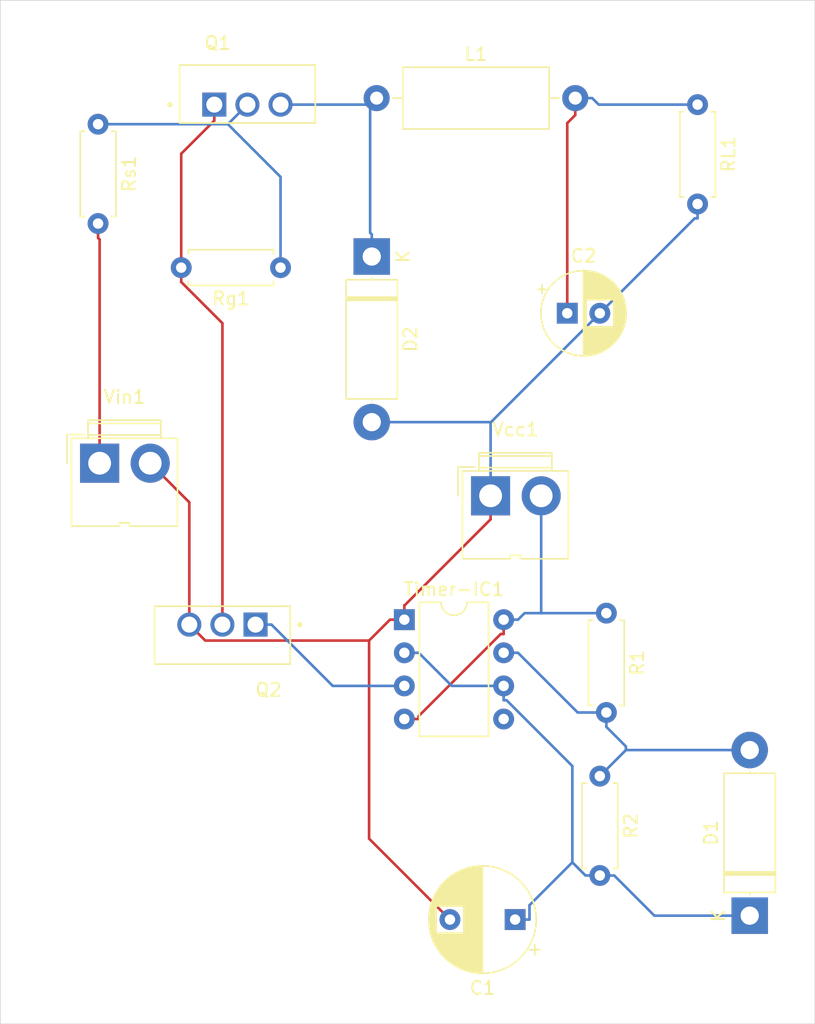
<source format=kicad_pcb>
(kicad_pcb (version 20240108) (generator "pcbnew") (generator_version "8.0")
  (layers (0 "F.Cu" signal) (31 "B.Cu" signal) (34 "B.Paste" user) (35 "F.Paste" user) (36 "B.SilkS" user "B.Silkscreen") (37 "F.SilkS" user "F.Silkscreen") (38 "B.Mask" user) (39 "F.Mask" user) (44 "Edge.Cuts" user))
  (net 0 "")
  (net 1 "Net-(D1-K)")
  (net 2 "GND")
  (net 3 "/Vout")
  (net 4 "Net-(D1-A)")
  (net 5 "Net-(D2-K)")
  (net 6 "Net-(Q1-Pad1)")
  (net 7 "Net-(Q1-Pad2)")
  (net 8 "/Vg2")
  (net 9 "Net-(Timer-IC1-R)")
  (net 10 "Net-(Vin1-Pin_1)")
  (footprint "Inductor_THT:L_Axial_L11.0mm_D4.5mm_P15.24mm_Horizontal_Fastron_MECC" (layer "F.Cu") (at 151.375 60.5)
    (property "Reference" "L1" (at 7.62 -3.37 0) (layer "F.SilkS"))
    (property "Value" "500u")
    (fp_line (start 1.24 0) (end 2 0) (stroke (width 0.12)) (layer "F.SilkS"))
    (fp_line (start 2 -2.37) (end 2 2.37) (stroke (width 0.12)) (layer "F.SilkS"))
    (fp_line (start 2 2.37) (end 13.24 2.37) (stroke (width 0.12)) (layer "F.SilkS"))
    (fp_line (start 13.24 -2.37) (end 2 -2.37) (stroke (width 0.12)) (layer "F.SilkS"))
    (fp_line (start 13.24 2.37) (end 13.24 -2.37) (stroke (width 0.12)) (layer "F.SilkS"))
    (fp_line (start 14 0) (end 13.24 0) (stroke (width 0.12)) (layer "F.SilkS"))
    (pad "1" thru_hole circle (at 0 0) (size 2 2) (drill 1) (layers "*.Cu" "*.Mask") (net 5 "Net-(D2-K)"))
    (pad "2" thru_hole oval (at 15.24 0) (size 2 2) (drill 1) (layers "*.Cu" "*.Mask") (net 3 "/Vout"))
  )
  (footprint "Resistor_THT:R_Axial_DIN0207_L6.3mm_D2.5mm_P7.62mm_Horizontal" (layer "F.Cu") (at 130 62.5 -90)
    (property "Reference" "Rs1" (at 3.81 -2.37 90) (layer "F.SilkS"))
    (property "Value" "22")
    (fp_line (start 0.54 1.37) (end 7.08 1.37) (stroke (width 0.12)) (layer "F.SilkS"))
    (fp_line (start 7.08 1.37) (end 7.08 1.04) (stroke (width 0.12)) (layer "F.SilkS"))
    (fp_line (start 0.54 1.04) (end 0.54 1.37) (stroke (width 0.12)) (layer "F.SilkS"))
    (fp_line (start 0.54 -1.04) (end 0.54 -1.37) (stroke (width 0.12)) (layer "F.SilkS"))
    (fp_line (start 0.54 -1.37) (end 7.08 -1.37) (stroke (width 0.12)) (layer "F.SilkS"))
    (fp_line (start 7.08 -1.37) (end 7.08 -1.04) (stroke (width 0.12)) (layer "F.SilkS"))
    (pad "1" thru_hole circle (at 0 0 270) (size 1.6 1.6) (drill 0.8) (layers "*.Cu" "*.Mask") (net 7 "Net-(Q1-Pad2)"))
    (pad "2" thru_hole oval (at 7.62 0 270) (size 1.6 1.6) (drill 0.8) (layers "*.Cu" "*.Mask") (net 10 "Net-(Vin1-Pin_1)"))
  )
  (footprint "Capacitor_THT:CP_Radial_D6.3mm_P2.50mm" (layer "F.Cu") (at 166 77)
    (property "Reference" "C2" (at 1.25 -4.4 0) (layer "F.SilkS"))
    (property "Value" "50u")
    (fp_line (start -2.250241 -1.839) (end -1.620241 -1.839) (stroke (width 0.12)) (layer "F.SilkS"))
    (fp_line (start -1.935241 -2.154) (end -1.935241 -1.524) (stroke (width 0.12)) (layer "F.SilkS"))
    (fp_line (start 1.25 -3.23) (end 1.25 3.23) (stroke (width 0.12)) (layer "F.SilkS"))
    (fp_line (start 1.29 -3.23) (end 1.29 3.23) (stroke (width 0.12)) (layer "F.SilkS"))
    (fp_line (start 1.33 -3.23) (end 1.33 3.23) (stroke (width 0.12)) (layer "F.SilkS"))
    (fp_line (start 1.37 -3.228) (end 1.37 3.228) (stroke (width 0.12)) (layer "F.SilkS"))
    (fp_line (start 1.41 -3.227) (end 1.41 3.227) (stroke (width 0.12)) (layer "F.SilkS"))
    (fp_line (start 1.45 -3.224) (end 1.45 3.224) (stroke (width 0.12)) (layer "F.SilkS"))
    (fp_line (start 1.49 -3.222) (end 1.49 -1.04) (stroke (width 0.12)) (layer "F.SilkS"))
    (fp_line (start 1.49 1.04) (end 1.49 3.222) (stroke (width 0.12)) (layer "F.SilkS"))
    (fp_line (start 1.53 -3.218) (end 1.53 -1.04) (stroke (width 0.12)) (layer "F.SilkS"))
    (fp_line (start 1.53 1.04) (end 1.53 3.218) (stroke (width 0.12)) (layer "F.SilkS"))
    (fp_line (start 1.57 -3.215) (end 1.57 -1.04) (stroke (width 0.12)) (layer "F.SilkS"))
    (fp_line (start 1.57 1.04) (end 1.57 3.215) (stroke (width 0.12)) (layer "F.SilkS"))
    (fp_line (start 1.61 -3.211) (end 1.61 -1.04) (stroke (width 0.12)) (layer "F.SilkS"))
    (fp_line (start 1.61 1.04) (end 1.61 3.211) (stroke (width 0.12)) (layer "F.SilkS"))
    (fp_line (start 1.65 -3.206) (end 1.65 -1.04) (stroke (width 0.12)) (layer "F.SilkS"))
    (fp_line (start 1.65 1.04) (end 1.65 3.206) (stroke (width 0.12)) (layer "F.SilkS"))
    (fp_line (start 1.69 -3.201) (end 1.69 -1.04) (stroke (width 0.12)) (layer "F.SilkS"))
    (fp_line (start 1.69 1.04) (end 1.69 3.201) (stroke (width 0.12)) (layer "F.SilkS"))
    (fp_line (start 1.73 -3.195) (end 1.73 -1.04) (stroke (width 0.12)) (layer "F.SilkS"))
    (fp_line (start 1.73 1.04) (end 1.73 3.195) (stroke (width 0.12)) (layer "F.SilkS"))
    (fp_line (start 1.77 -3.189) (end 1.77 -1.04) (stroke (width 0.12)) (layer "F.SilkS"))
    (fp_line (start 1.77 1.04) (end 1.77 3.189) (stroke (width 0.12)) (layer "F.SilkS"))
    (fp_line (start 1.81 -3.182) (end 1.81 -1.04) (stroke (width 0.12)) (layer "F.SilkS"))
    (fp_line (start 1.81 1.04) (end 1.81 3.182) (stroke (width 0.12)) (layer "F.SilkS"))
    (fp_line (start 1.85 -3.175) (end 1.85 -1.04) (stroke (width 0.12)) (layer "F.SilkS"))
    (fp_line (start 1.85 1.04) (end 1.85 3.175) (stroke (width 0.12)) (layer "F.SilkS"))
    (fp_line (start 1.89 -3.167) (end 1.89 -1.04) (stroke (width 0.12)) (layer "F.SilkS"))
    (fp_line (start 1.89 1.04) (end 1.89 3.167) (stroke (width 0.12)) (layer "F.SilkS"))
    (fp_line (start 1.93 -3.159) (end 1.93 -1.04) (stroke (width 0.12)) (layer "F.SilkS"))
    (fp_line (start 1.93 1.04) (end 1.93 3.159) (stroke (width 0.12)) (layer "F.SilkS"))
    (fp_line (start 1.971 -3.15) (end 1.971 -1.04) (stroke (width 0.12)) (layer "F.SilkS"))
    (fp_line (start 1.971 1.04) (end 1.971 3.15) (stroke (width 0.12)) (layer "F.SilkS"))
    (fp_line (start 2.011 -3.141) (end 2.011 -1.04) (stroke (width 0.12)) (layer "F.SilkS"))
    (fp_line (start 2.011 1.04) (end 2.011 3.141) (stroke (width 0.12)) (layer "F.SilkS"))
    (fp_line (start 2.051 -3.131) (end 2.051 -1.04) (stroke (width 0.12)) (layer "F.SilkS"))
    (fp_line (start 2.051 1.04) (end 2.051 3.131) (stroke (width 0.12)) (layer "F.SilkS"))
    (fp_line (start 2.091 -3.121) (end 2.091 -1.04) (stroke (width 0.12)) (layer "F.SilkS"))
    (fp_line (start 2.091 1.04) (end 2.091 3.121) (stroke (width 0.12)) (layer "F.SilkS"))
    (fp_line (start 2.131 -3.11) (end 2.131 -1.04) (stroke (width 0.12)) (layer "F.SilkS"))
    (fp_line (start 2.131 1.04) (end 2.131 3.11) (stroke (width 0.12)) (layer "F.SilkS"))
    (fp_line (start 2.171 -3.098) (end 2.171 -1.04) (stroke (width 0.12)) (layer "F.SilkS"))
    (fp_line (start 2.171 1.04) (end 2.171 3.098) (stroke (width 0.12)) (layer "F.SilkS"))
    (fp_line (start 2.211 -3.086) (end 2.211 -1.04) (stroke (width 0.12)) (layer "F.SilkS"))
    (fp_line (start 2.211 1.04) (end 2.211 3.086) (stroke (width 0.12)) (layer "F.SilkS"))
    (fp_line (start 2.251 -3.074) (end 2.251 -1.04) (stroke (width 0.12)) (layer "F.SilkS"))
    (fp_line (start 2.251 1.04) (end 2.251 3.074) (stroke (width 0.12)) (layer "F.SilkS"))
    (fp_line (start 2.291 -3.061) (end 2.291 -1.04) (stroke (width 0.12)) (layer "F.SilkS"))
    (fp_line (start 2.291 1.04) (end 2.291 3.061) (stroke (width 0.12)) (layer "F.SilkS"))
    (fp_line (start 2.331 -3.047) (end 2.331 -1.04) (stroke (width 0.12)) (layer "F.SilkS"))
    (fp_line (start 2.331 1.04) (end 2.331 3.047) (stroke (width 0.12)) (layer "F.SilkS"))
    (fp_line (start 2.371 -3.033) (end 2.371 -1.04) (stroke (width 0.12)) (layer "F.SilkS"))
    (fp_line (start 2.371 1.04) (end 2.371 3.033) (stroke (width 0.12)) (layer "F.SilkS"))
    (fp_line (start 2.411 -3.018) (end 2.411 -1.04) (stroke (width 0.12)) (layer "F.SilkS"))
    (fp_line (start 2.411 1.04) (end 2.411 3.018) (stroke (width 0.12)) (layer "F.SilkS"))
    (fp_line (start 2.451 -3.002) (end 2.451 -1.04) (stroke (width 0.12)) (layer "F.SilkS"))
    (fp_line (start 2.451 1.04) (end 2.451 3.002) (stroke (width 0.12)) (layer "F.SilkS"))
    (fp_line (start 2.491 -2.986) (end 2.491 -1.04) (stroke (width 0.12)) (layer "F.SilkS"))
    (fp_line (start 2.491 1.04) (end 2.491 2.986) (stroke (width 0.12)) (layer "F.SilkS"))
    (fp_line (start 2.531 -2.97) (end 2.531 -1.04) (stroke (width 0.12)) (layer "F.SilkS"))
    (fp_line (start 2.531 1.04) (end 2.531 2.97) (stroke (width 0.12)) (layer "F.SilkS"))
    (fp_line (start 2.571 -2.952) (end 2.571 -1.04) (stroke (width 0.12)) (layer "F.SilkS"))
    (fp_line (start 2.571 1.04) (end 2.571 2.952) (stroke (width 0.12)) (layer "F.SilkS"))
    (fp_line (start 2.611 -2.934) (end 2.611 -1.04) (stroke (width 0.12)) (layer "F.SilkS"))
    (fp_line (start 2.611 1.04) (end 2.611 2.934) (stroke (width 0.12)) (layer "F.SilkS"))
    (fp_line (start 2.651 -2.916) (end 2.651 -1.04) (stroke (width 0.12)) (layer "F.SilkS"))
    (fp_line (start 2.651 1.04) (end 2.651 2.916) (stroke (width 0.12)) (layer "F.SilkS"))
    (fp_line (start 2.691 -2.896) (end 2.691 -1.04) (stroke (width 0.12)) (layer "F.SilkS"))
    (fp_line (start 2.691 1.04) (end 2.691 2.896) (stroke (width 0.12)) (layer "F.SilkS"))
    (fp_line (start 2.731 -2.876) (end 2.731 -1.04) (stroke (width 0.12)) (layer "F.SilkS"))
    (fp_line (start 2.731 1.04) (end 2.731 2.876) (stroke (width 0.12)) (layer "F.SilkS"))
    (fp_line (start 2.771 -2.856) (end 2.771 -1.04) (stroke (width 0.12)) (layer "F.SilkS"))
    (fp_line (start 2.771 1.04) (end 2.771 2.856) (stroke (width 0.12)) (layer "F.SilkS"))
    (fp_line (start 2.811 -2.834) (end 2.811 -1.04) (stroke (width 0.12)) (layer "F.SilkS"))
    (fp_line (start 2.811 1.04) (end 2.811 2.834) (stroke (width 0.12)) (layer "F.SilkS"))
    (fp_line (start 2.851 -2.812) (end 2.851 -1.04) (stroke (width 0.12)) (layer "F.SilkS"))
    (fp_line (start 2.851 1.04) (end 2.851 2.812) (stroke (width 0.12)) (layer "F.SilkS"))
    (fp_line (start 2.891 -2.79) (end 2.891 -1.04) (stroke (width 0.12)) (layer "F.SilkS"))
    (fp_line (start 2.891 1.04) (end 2.891 2.79) (stroke (width 0.12)) (layer "F.SilkS"))
    (fp_line (start 2.931 -2.766) (end 2.931 -1.04) (stroke (width 0.12)) (layer "F.SilkS"))
    (fp_line (start 2.931 1.04) (end 2.931 2.766) (stroke (width 0.12)) (layer "F.SilkS"))
    (fp_line (start 2.971 -2.742) (end 2.971 -1.04) (stroke (width 0.12)) (layer "F.SilkS"))
    (fp_line (start 2.971 1.04) (end 2.971 2.742) (stroke (width 0.12)) (layer "F.SilkS"))
    (fp_line (start 3.011 -2.716) (end 3.011 -1.04) (stroke (width 0.12)) (layer "F.SilkS"))
    (fp_line (start 3.011 1.04) (end 3.011 2.716) (stroke (width 0.12)) (layer "F.SilkS"))
    (fp_line (start 3.051 -2.69) (end 3.051 -1.04) (stroke (width 0.12)) (layer "F.SilkS"))
    (fp_line (start 3.051 1.04) (end 3.051 2.69) (stroke (width 0.12)) (layer "F.SilkS"))
    (fp_line (start 3.091 -2.664) (end 3.091 -1.04) (stroke (width 0.12)) (layer "F.SilkS"))
    (fp_line (start 3.091 1.04) (end 3.091 2.664) (stroke (width 0.12)) (layer "F.SilkS"))
    (fp_line (start 3.131 -2.636) (end 3.131 -1.04) (stroke (width 0.12)) (layer "F.SilkS"))
    (fp_line (start 3.131 1.04) (end 3.131 2.636) (stroke (width 0.12)) (layer "F.SilkS"))
    (fp_line (start 3.171 -2.607) (end 3.171 -1.04) (stroke (width 0.12)) (layer "F.SilkS"))
    (fp_line (start 3.171 1.04) (end 3.171 2.607) (stroke (width 0.12)) (layer "F.SilkS"))
    (fp_line (start 3.211 -2.578) (end 3.211 -1.04) (stroke (width 0.12)) (layer "F.SilkS"))
    (fp_line (start 3.211 1.04) (end 3.211 2.578) (stroke (width 0.12)) (layer "F.SilkS"))
    (fp_line (start 3.251 -2.548) (end 3.251 -1.04) (stroke (width 0.12)) (layer "F.SilkS"))
    (fp_line (start 3.251 1.04) (end 3.251 2.548) (stroke (width 0.12)) (layer "F.SilkS"))
    (fp_line (start 3.291 -2.516) (end 3.291 -1.04) (stroke (width 0.12)) (layer "F.SilkS"))
    (fp_line (start 3.291 1.04) (end 3.291 2.516) (stroke (width 0.12)) (layer "F.SilkS"))
    (fp_line (start 3.331 -2.484) (end 3.331 -1.04) (stroke (width 0.12)) (layer "F.SilkS"))
    (fp_line (start 3.331 1.04) (end 3.331 2.484) (stroke (width 0.12)) (layer "F.SilkS"))
    (fp_line (start 3.371 -2.45) (end 3.371 -1.04) (stroke (width 0.12)) (layer "F.SilkS"))
    (fp_line (start 3.371 1.04) (end 3.371 2.45) (stroke (width 0.12)) (layer "F.SilkS"))
    (fp_line (start 3.411 -2.416) (end 3.411 -1.04) (stroke (width 0.12)) (layer "F.SilkS"))
    (fp_line (start 3.411 1.04) (end 3.411 2.416) (stroke (width 0.12)) (layer "F.SilkS"))
    (fp_line (start 3.451 -2.38) (end 3.451 -1.04) (stroke (width 0.12)) (layer "F.SilkS"))
    (fp_line (start 3.451 1.04) (end 3.451 2.38) (stroke (width 0.12)) (layer "F.SilkS"))
    (fp_line (start 3.491 -2.343) (end 3.491 -1.04) (stroke (width 0.12)) (layer "F.SilkS"))
    (fp_line (start 3.491 1.04) (end 3.491 2.343) (stroke (width 0.12)) (layer "F.SilkS"))
    (fp_line (start 3.531 -2.305) (end 3.531 -1.04) (stroke (width 0.12)) (layer "F.SilkS"))
    (fp_line (start 3.531 1.04) (end 3.531 2.305) (stroke (width 0.12)) (layer "F.SilkS"))
    (fp_line (start 3.571 -2.265) (end 3.571 2.265) (stroke (width 0.12)) (layer "F.SilkS"))
    (fp_line (start 3.611 -2.224) (end 3.611 2.224) (stroke (width 0.12)) (layer "F.SilkS"))
    (fp_line (start 3.651 -2.182) (end 3.651 2.182) (stroke (width 0.12)) (layer "F.SilkS"))
    (fp_line (start 3.691 -2.137) (end 3.691 2.137) (stroke (width 0.12)) (layer "F.SilkS"))
    (fp_line (start 3.731 -2.092) (end 3.731 2.092) (stroke (width 0.12)) (layer "F.SilkS"))
    (fp_line (start 3.771 -2.044) (end 3.771 2.044) (stroke (width 0.12)) (layer "F.SilkS"))
    (fp_line (start 3.811 -1.995) (end 3.811 1.995) (stroke (width 0.12)) (layer "F.SilkS"))
    (fp_line (start 3.851 -1.944) (end 3.851 1.944) (stroke (width 0.12)) (layer "F.SilkS"))
    (fp_line (start 3.891 -1.89) (end 3.891 1.89) (stroke (width 0.12)) (layer "F.SilkS"))
    (fp_line (start 3.931 -1.834) (end 3.931 1.834) (stroke (width 0.12)) (layer "F.SilkS"))
    (fp_line (start 3.971 -1.776) (end 3.971 1.776) (stroke (width 0.12)) (layer "F.SilkS"))
    (fp_line (start 4.011 -1.714) (end 4.011 1.714) (stroke (width 0.12)) (layer "F.SilkS"))
    (fp_line (start 4.051 -1.65) (end 4.051 1.65) (stroke (width 0.12)) (layer "F.SilkS"))
    (fp_line (start 4.091 -1.581) (end 4.091 1.581) (stroke (width 0.12)) (layer "F.SilkS"))
    (fp_line (start 4.131 -1.509) (end 4.131 1.509) (stroke (width 0.12)) (layer "F.SilkS"))
    (fp_line (start 4.171 -1.432) (end 4.171 1.432) (stroke (width 0.12)) (layer "F.SilkS"))
    (fp_line (start 4.211 -1.35) (end 4.211 1.35) (stroke (width 0.12)) (layer "F.SilkS"))
    (fp_line (start 4.251 -1.262) (end 4.251 1.262) (stroke (width 0.12)) (layer "F.SilkS"))
    (fp_line (start 4.291 -1.165) (end 4.291 1.165) (stroke (width 0.12)) (layer "F.SilkS"))
    (fp_line (start 4.331 -1.059) (end 4.331 1.059) (stroke (width 0.12)) (layer "F.SilkS"))
    (fp_line (start 4.371 -0.94) (end 4.371 0.94) (stroke (width 0.12)) (layer "F.SilkS"))
    (fp_line (start 4.411 -0.802) (end 4.411 0.802) (stroke (width 0.12)) (layer "F.SilkS"))
    (fp_line (start 4.451 -0.633) (end 4.451 0.633) (stroke (width 0.12)) (layer "F.SilkS"))
    (fp_line (start 4.491 -0.402) (end 4.491 0.402) (stroke (width 0.12)) (layer "F.SilkS"))
    (fp_circle (center 1.25 0) (end 4.52 0) (stroke (width 0.12)) (fill none) (layer "F.SilkS"))
    (pad "1" thru_hole rect (at 0 0) (size 1.6 1.6) (drill 0.8) (layers "*.Cu" "*.Mask") (net 3 "/Vout"))
    (pad "2" thru_hole circle (at 2.5 0) (size 1.6 1.6) (drill 0.8) (layers "*.Cu" "*.Mask") (net 2 "GND"))
  )
  (footprint "Resistor_THT:R_Axial_DIN0207_L6.3mm_D2.5mm_P7.62mm_Horizontal" (layer "F.Cu") (at 169 100 -90)
    (property "Reference" "R1" (at 3.81 -2.37 90) (layer "F.SilkS"))
    (property "Value" "100K")
    (fp_line (start 0.54 1.37) (end 7.08 1.37) (stroke (width 0.12)) (layer "F.SilkS"))
    (fp_line (start 7.08 1.37) (end 7.08 1.04) (stroke (width 0.12)) (layer "F.SilkS"))
    (fp_line (start 0.54 1.04) (end 0.54 1.37) (stroke (width 0.12)) (layer "F.SilkS"))
    (fp_line (start 0.54 -1.04) (end 0.54 -1.37) (stroke (width 0.12)) (layer "F.SilkS"))
    (fp_line (start 0.54 -1.37) (end 7.08 -1.37) (stroke (width 0.12)) (layer "F.SilkS"))
    (fp_line (start 7.08 -1.37) (end 7.08 -1.04) (stroke (width 0.12)) (layer "F.SilkS"))
    (pad "1" thru_hole circle (at 0 0 270) (size 1.6 1.6) (drill 0.8) (layers "*.Cu" "*.Mask") (net 9 "Net-(Timer-IC1-R)"))
    (pad "2" thru_hole oval (at 7.62 0 270) (size 1.6 1.6) (drill 0.8) (layers "*.Cu" "*.Mask") (net 4 "Net-(D1-A)"))
  )
  (footprint "Resistor_THT:R_Axial_DIN0207_L6.3mm_D2.5mm_P7.62mm_Horizontal" (layer "F.Cu") (at 168.5 112.5 -90)
    (property "Reference" "R2" (at 3.81 -2.37 90) (layer "F.SilkS"))
    (property "Value" "50K")
    (fp_line (start 0.54 1.37) (end 7.08 1.37) (stroke (width 0.12)) (layer "F.SilkS"))
    (fp_line (start 7.08 1.37) (end 7.08 1.04) (stroke (width 0.12)) (layer "F.SilkS"))
    (fp_line (start 0.54 1.04) (end 0.54 1.37) (stroke (width 0.12)) (layer "F.SilkS"))
    (fp_line (start 0.54 -1.04) (end 0.54 -1.37) (stroke (width 0.12)) (layer "F.SilkS"))
    (fp_line (start 0.54 -1.37) (end 7.08 -1.37) (stroke (width 0.12)) (layer "F.SilkS"))
    (fp_line (start 7.08 -1.37) (end 7.08 -1.04) (stroke (width 0.12)) (layer "F.SilkS"))
    (pad "1" thru_hole circle (at 0 0 270) (size 1.6 1.6) (drill 0.8) (layers "*.Cu" "*.Mask") (net 4 "Net-(D1-A)"))
    (pad "2" thru_hole oval (at 7.62 0 270) (size 1.6 1.6) (drill 0.8) (layers "*.Cu" "*.Mask") (net 1 "Net-(D1-K)"))
  )
  (footprint "Connector:JWT_A3963_1x02_P3.96mm_Vertical" (layer "F.Cu") (at 130.12 88.5)
    (property "Reference" "Vin1" (at 1.91 -5.08 0) (layer "F.SilkS"))
    (property "Value" "24V")
    (fp_line (start -2.5 -2.2) (end -2.5 0) (stroke (width 0.12)) (layer "F.SilkS"))
    (fp_line (start -2.16 -1.91) (end -2.16 0) (stroke (width 0.12)) (layer "F.SilkS"))
    (fp_line (start -2.16 -1.91) (end 5.97 -1.91) (stroke (width 0.12)) (layer "F.SilkS"))
    (fp_line (start -2.16 0) (end -2.16 4.83) (stroke (width 0.12)) (layer "F.SilkS"))
    (fp_line (start -1.2 -2.2) (end -2.5 -2.2) (stroke (width 0.12)) (layer "F.SilkS"))
    (fp_line (start -0.89 -3.3) (end 4.7 -3.3) (stroke (width 0.12)) (layer "F.SilkS"))
    (fp_line (start -0.89 -3.05) (end 4.7 -3.05) (stroke (width 0.12)) (layer "F.SilkS"))
    (fp_line (start -0.89 -2.16) (end 4.7 -2.16) (stroke (width 0.12)) (layer "F.SilkS"))
    (fp_line (start -0.89 -1.91) (end -0.89 -3.3) (stroke (width 0.12)) (layer "F.SilkS"))
    (fp_line (start 1.52 4.57) (end 2.29 4.57) (stroke (width 0.12)) (layer "F.SilkS"))
    (fp_line (start 1.52 4.83) (end -2.16 4.83) (stroke (width 0.12)) (layer "F.SilkS"))
    (fp_line (start 1.52 4.83) (end 1.52 4.57) (stroke (width 0.12)) (layer "F.SilkS"))
    (fp_line (start 2.29 4.57) (end 2.29 4.83) (stroke (width 0.12)) (layer "F.SilkS"))
    (fp_line (start 2.29 4.83) (end 5.97 4.83) (stroke (width 0.12)) (layer "F.SilkS"))
    (fp_line (start 4.7 -1.91) (end 4.7 -3.3) (stroke (width 0.12)) (layer "F.SilkS"))
    (fp_line (start 5.97 -1.91) (end 5.97 0) (stroke (width 0.12)) (layer "F.SilkS"))
    (fp_line (start 5.97 4.83) (end 5.97 0) (stroke (width 0.12)) (layer "F.SilkS"))
    (pad "1" thru_hole rect (at 0 0) (size 3 3) (drill 1.75) (layers "*.Cu" "*.Mask") (net 10 "Net-(Vin1-Pin_1)"))
    (pad "2" thru_hole circle (at 3.88 0) (size 3 3) (drill 1.75) (layers "*.Cu" "*.Mask") (net 2 "GND"))
  )
  (footprint "Connector:JWT_A3963_1x02_P3.96mm_Vertical" (layer "F.Cu") (at 160.12 91)
    (property "Reference" "Vcc1" (at 1.91 -5.08 0) (layer "F.SilkS"))
    (property "Value" "5V")
    (fp_line (start -2.5 -2.2) (end -2.5 0) (stroke (width 0.12)) (layer "F.SilkS"))
    (fp_line (start -2.16 -1.91) (end -2.16 0) (stroke (width 0.12)) (layer "F.SilkS"))
    (fp_line (start -2.16 -1.91) (end 5.97 -1.91) (stroke (width 0.12)) (layer "F.SilkS"))
    (fp_line (start -2.16 0) (end -2.16 4.83) (stroke (width 0.12)) (layer "F.SilkS"))
    (fp_line (start -1.2 -2.2) (end -2.5 -2.2) (stroke (width 0.12)) (layer "F.SilkS"))
    (fp_line (start -0.89 -3.3) (end 4.7 -3.3) (stroke (width 0.12)) (layer "F.SilkS"))
    (fp_line (start -0.89 -3.05) (end 4.7 -3.05) (stroke (width 0.12)) (layer "F.SilkS"))
    (fp_line (start -0.89 -2.16) (end 4.7 -2.16) (stroke (width 0.12)) (layer "F.SilkS"))
    (fp_line (start -0.89 -1.91) (end -0.89 -3.3) (stroke (width 0.12)) (layer "F.SilkS"))
    (fp_line (start 1.52 4.57) (end 2.29 4.57) (stroke (width 0.12)) (layer "F.SilkS"))
    (fp_line (start 1.52 4.83) (end -2.16 4.83) (stroke (width 0.12)) (layer "F.SilkS"))
    (fp_line (start 1.52 4.83) (end 1.52 4.57) (stroke (width 0.12)) (layer "F.SilkS"))
    (fp_line (start 2.29 4.57) (end 2.29 4.83) (stroke (width 0.12)) (layer "F.SilkS"))
    (fp_line (start 2.29 4.83) (end 5.97 4.83) (stroke (width 0.12)) (layer "F.SilkS"))
    (fp_line (start 4.7 -1.91) (end 4.7 -3.3) (stroke (width 0.12)) (layer "F.SilkS"))
    (fp_line (start 5.97 -1.91) (end 5.97 0) (stroke (width 0.12)) (layer "F.SilkS"))
    (fp_line (start 5.97 4.83) (end 5.97 0) (stroke (width 0.12)) (layer "F.SilkS"))
    (pad "1" thru_hole rect (at 0 0) (size 3 3) (drill 1.75) (layers "*.Cu" "*.Mask") (net 2 "GND"))
    (pad "2" thru_hole circle (at 3.88 0) (size 3 3) (drill 1.75) (layers "*.Cu" "*.Mask") (net 9 "Net-(Timer-IC1-R)"))
  )
  (footprint "Package_DIP:DIP-8_W7.62mm" (layer "F.Cu") (at 153.5 100.5)
    (property "Reference" "Timer-IC1" (at 3.81 -2.33 0) (layer "F.SilkS"))
    (property "Value" "LM555xN")
    (fp_line (start 1.16 -1.33) (end 1.16 8.95) (stroke (width 0.12)) (layer "F.SilkS"))
    (fp_line (start 1.16 8.95) (end 6.46 8.95) (stroke (width 0.12)) (layer "F.SilkS"))
    (fp_line (start 2.81 -1.33) (end 1.16 -1.33) (stroke (width 0.12)) (layer "F.SilkS"))
    (fp_line (start 6.46 -1.33) (end 4.81 -1.33) (stroke (width 0.12)) (layer "F.SilkS"))
    (fp_line (start 6.46 8.95) (end 6.46 -1.33) (stroke (width 0.12)) (layer "F.SilkS"))
    (fp_arc (start 4.81 -1.33) (mid 3.81 -0.33) (end 2.81 -1.33) (stroke (width 0.12)) (layer "F.SilkS"))
    (pad "1" thru_hole rect (at 0 0) (size 1.6 1.6) (drill 0.8) (layers "*.Cu" "*.Mask") (net 2 "GND"))
    (pad "2" thru_hole oval (at 0 2.54) (size 1.6 1.6) (drill 0.8) (layers "*.Cu" "*.Mask") (net 1 "Net-(D1-K)"))
    (pad "3" thru_hole oval (at 0 5.08) (size 1.6 1.6) (drill 0.8) (layers "*.Cu" "*.Mask") (net 8 "/Vg2"))
    (pad "4" thru_hole oval (at 0 7.62) (size 1.6 1.6) (drill 0.8) (layers "*.Cu" "*.Mask") (net 9 "Net-(Timer-IC1-R)"))
    (pad "5" thru_hole oval (at 7.62 7.62) (size 1.6 1.6) (drill 0.8) (layers "*.Cu" "*.Mask"))
    (pad "6" thru_hole oval (at 7.62 5.08) (size 1.6 1.6) (drill 0.8) (layers "*.Cu" "*.Mask") (net 1 "Net-(D1-K)"))
    (pad "7" thru_hole oval (at 7.62 2.54) (size 1.6 1.6) (drill 0.8) (layers "*.Cu" "*.Mask") (net 4 "Net-(D1-A)"))
    (pad "8" thru_hole oval (at 7.62 0) (size 1.6 1.6) (drill 0.8) (layers "*.Cu" "*.Mask") (net 9 "Net-(Timer-IC1-R)"))
  )
  (footprint "Capacitor_THT:CP_Radial_D8.0mm_P5.00mm" (layer "F.Cu") (at 162 123.5 180)
    (property "Reference" "C1" (at 2.5 -5.25 0) (layer "F.SilkS"))
    (property "Value" "100p")
    (fp_line (start 6.581 -0.533) (end 6.581 0.533) (stroke (width 0.12)) (layer "F.SilkS"))
    (fp_line (start 6.541 -0.768) (end 6.541 0.768) (stroke (width 0.12)) (layer "F.SilkS"))
    (fp_line (start 6.501 -0.948) (end 6.501 0.948) (stroke (width 0.12)) (layer "F.SilkS"))
    (fp_line (start 6.461 -1.098) (end 6.461 1.098) (stroke (width 0.12)) (layer "F.SilkS"))
    (fp_line (start 6.421 -1.229) (end 6.421 1.229) (stroke (width 0.12)) (layer "F.SilkS"))
    (fp_line (start 6.381 -1.346) (end 6.381 1.346) (stroke (width 0.12)) (layer "F.SilkS"))
    (fp_line (start 6.341 -1.453) (end 6.341 1.453) (stroke (width 0.12)) (layer "F.SilkS"))
    (fp_line (start 6.301 -1.552) (end 6.301 1.552) (stroke (width 0.12)) (layer "F.SilkS"))
    (fp_line (start 6.261 -1.645) (end 6.261 1.645) (stroke (width 0.12)) (layer "F.SilkS"))
    (fp_line (start 6.221 -1.731) (end 6.221 1.731) (stroke (width 0.12)) (layer "F.SilkS"))
    (fp_line (start 6.181 -1.813) (end 6.181 1.813) (stroke (width 0.12)) (layer "F.SilkS"))
    (fp_line (start 6.141 -1.89) (end 6.141 1.89) (stroke (width 0.12)) (layer "F.SilkS"))
    (fp_line (start 6.101 -1.964) (end 6.101 1.964) (stroke (width 0.12)) (layer "F.SilkS"))
    (fp_line (start 6.061 -2.034) (end 6.061 2.034) (stroke (width 0.12)) (layer "F.SilkS"))
    (fp_line (start 6.021 1.04) (end 6.021 2.102) (stroke (width 0.12)) (layer "F.SilkS"))
    (fp_line (start 6.021 -2.102) (end 6.021 -1.04) (stroke (width 0.12)) (layer "F.SilkS"))
    (fp_line (start 5.981 1.04) (end 5.981 2.166) (stroke (width 0.12)) (layer "F.SilkS"))
    (fp_line (start 5.981 -2.166) (end 5.981 -1.04) (stroke (width 0.12)) (layer "F.SilkS"))
    (fp_line (start 5.941 1.04) (end 5.941 2.228) (stroke (width 0.12)) (layer "F.SilkS"))
    (fp_line (start 5.941 -2.228) (end 5.941 -1.04) (stroke (width 0.12)) (layer "F.SilkS"))
    (fp_line (start 5.901 1.04) (end 5.901 2.287) (stroke (width 0.12)) (layer "F.SilkS"))
    (fp_line (start 5.901 -2.287) (end 5.901 -1.04) (stroke (width 0.12)) (layer "F.SilkS"))
    (fp_line (start 5.861 1.04) (end 5.861 2.345) (stroke (width 0.12)) (layer "F.SilkS"))
    (fp_line (start 5.861 -2.345) (end 5.861 -1.04) (stroke (width 0.12)) (layer "F.SilkS"))
    (fp_line (start 5.821 1.04) (end 5.821 2.4) (stroke (width 0.12)) (layer "F.SilkS"))
    (fp_line (start 5.821 -2.4) (end 5.821 -1.04) (stroke (width 0.12)) (layer "F.SilkS"))
    (fp_line (start 5.781 1.04) (end 5.781 2.454) (stroke (width 0.12)) (layer "F.SilkS"))
    (fp_line (start 5.781 -2.454) (end 5.781 -1.04) (stroke (width 0.12)) (layer "F.SilkS"))
    (fp_line (start 5.741 1.04) (end 5.741 2.505) (stroke (width 0.12)) (layer "F.SilkS"))
    (fp_line (start 5.741 -2.505) (end 5.741 -1.04) (stroke (width 0.12)) (layer "F.SilkS"))
    (fp_line (start 5.701 1.04) (end 5.701 2.556) (stroke (width 0.12)) (layer "F.SilkS"))
    (fp_line (start 5.701 -2.556) (end 5.701 -1.04) (stroke (width 0.12)) (layer "F.SilkS"))
    (fp_line (start 5.661 1.04) (end 5.661 2.604) (stroke (width 0.12)) (layer "F.SilkS"))
    (fp_line (start 5.661 -2.604) (end 5.661 -1.04) (stroke (width 0.12)) (layer "F.SilkS"))
    (fp_line (start 5.621 1.04) (end 5.621 2.651) (stroke (width 0.12)) (layer "F.SilkS"))
    (fp_line (start 5.621 -2.651) (end 5.621 -1.04) (stroke (width 0.12)) (layer "F.SilkS"))
    (fp_line (start 5.581 1.04) (end 5.581 2.697) (stroke (width 0.12)) (layer "F.SilkS"))
    (fp_line (start 5.581 -2.697) (end 5.581 -1.04) (stroke (width 0.12)) (layer "F.SilkS"))
    (fp_line (start 5.541 1.04) (end 5.541 2.741) (stroke (width 0.12)) (layer "F.SilkS"))
    (fp_line (start 5.541 -2.741) (end 5.541 -1.04) (stroke (width 0.12)) (layer "F.SilkS"))
    (fp_line (start 5.501 1.04) (end 5.501 2.784) (stroke (width 0.12)) (layer "F.SilkS"))
    (fp_line (start 5.501 -2.784) (end 5.501 -1.04) (stroke (width 0.12)) (layer "F.SilkS"))
    (fp_line (start 5.461 1.04) (end 5.461 2.826) (stroke (width 0.12)) (layer "F.SilkS"))
    (fp_line (start 5.461 -2.826) (end 5.461 -1.04) (stroke (width 0.12)) (layer "F.SilkS"))
    (fp_line (start 5.421 1.04) (end 5.421 2.867) (stroke (width 0.12)) (layer "F.SilkS"))
    (fp_line (start 5.421 -2.867) (end 5.421 -1.04) (stroke (width 0.12)) (layer "F.SilkS"))
    (fp_line (start 5.381 1.04) (end 5.381 2.907) (stroke (width 0.12)) (layer "F.SilkS"))
    (fp_line (start 5.381 -2.907) (end 5.381 -1.04) (stroke (width 0.12)) (layer "F.SilkS"))
    (fp_line (start 5.341 1.04) (end 5.341 2.945) (stroke (width 0.12)) (layer "F.SilkS"))
    (fp_line (start 5.341 -2.945) (end 5.341 -1.04) (stroke (width 0.12)) (layer "F.SilkS"))
    (fp_line (start 5.301 1.04) (end 5.301 2.983) (stroke (width 0.12)) (layer "F.SilkS"))
    (fp_line (start 5.301 -2.983) (end 5.301 -1.04) (stroke (width 0.12)) (layer "F.SilkS"))
    (fp_line (start 5.261 1.04) (end 5.261 3.019) (stroke (width 0.12)) (layer "F.SilkS"))
    (fp_line (start 5.261 -3.019) (end 5.261 -1.04) (stroke (width 0.12)) (layer "F.SilkS"))
    (fp_line (start 5.221 1.04) (end 5.221 3.055) (stroke (width 0.12)) (layer "F.SilkS"))
    (fp_line (start 5.221 -3.055) (end 5.221 -1.04) (stroke (width 0.12)) (layer "F.SilkS"))
    (fp_line (start 5.181 1.04) (end 5.181 3.09) (stroke (width 0.12)) (layer "F.SilkS"))
    (fp_line (start 5.181 -3.09) (end 5.181 -1.04) (stroke (width 0.12)) (layer "F.SilkS"))
    (fp_line (start 5.141 1.04) (end 5.141 3.124) (stroke (width 0.12)) (layer "F.SilkS"))
    (fp_line (start 5.141 -3.124) (end 5.141 -1.04) (stroke (width 0.12)) (layer "F.SilkS"))
    (fp_line (start 5.101 1.04) (end 5.101 3.156) (stroke (width 0.12)) (layer "F.SilkS"))
    (fp_line (start 5.101 -3.156) (end 5.101 -1.04) (stroke (width 0.12)) (layer "F.SilkS"))
    (fp_line (start 5.061 1.04) (end 5.061 3.189) (stroke (width 0.12)) (layer "F.SilkS"))
    (fp_line (start 5.061 -3.189) (end 5.061 -1.04) (stroke (width 0.12)) (layer "F.SilkS"))
    (fp_line (start 5.021 1.04) (end 5.021 3.22) (stroke (width 0.12)) (layer "F.SilkS"))
    (fp_line (start 5.021 -3.22) (end 5.021 -1.04) (stroke (width 0.12)) (layer "F.SilkS"))
    (fp_line (start 4.981 1.04) (end 4.981 3.25) (stroke (width 0.12)) (layer "F.SilkS"))
    (fp_line (start 4.981 -3.25) (end 4.981 -1.04) (stroke (width 0.12)) (layer "F.SilkS"))
    (fp_line (start 4.941 1.04) (end 4.941 3.28) (stroke (width 0.12)) (layer "F.SilkS"))
    (fp_line (start 4.941 -3.28) (end 4.941 -1.04) (stroke (width 0.12)) (layer "F.SilkS"))
    (fp_line (start 4.901 1.04) (end 4.901 3.309) (stroke (width 0.12)) (layer "F.SilkS"))
    (fp_line (start 4.901 -3.309) (end 4.901 -1.04) (stroke (width 0.12)) (layer "F.SilkS"))
    (fp_line (start 4.861 1.04) (end 4.861 3.338) (stroke (width 0.12)) (layer "F.SilkS"))
    (fp_line (start 4.861 -3.338) (end 4.861 -1.04) (stroke (width 0.12)) (layer "F.SilkS"))
    (fp_line (start 4.821 1.04) (end 4.821 3.365) (stroke (width 0.12)) (layer "F.SilkS"))
    (fp_line (start 4.821 -3.365) (end 4.821 -1.04) (stroke (width 0.12)) (layer "F.SilkS"))
    (fp_line (start 4.781 1.04) (end 4.781 3.392) (stroke (width 0.12)) (layer "F.SilkS"))
    (fp_line (start 4.781 -3.392) (end 4.781 -1.04) (stroke (width 0.12)) (layer "F.SilkS"))
    (fp_line (start 4.741 1.04) (end 4.741 3.418) (stroke (width 0.12)) (layer "F.SilkS"))
    (fp_line (start 4.741 -3.418) (end 4.741 -1.04) (stroke (width 0.12)) (layer "F.SilkS"))
    (fp_line (start 4.701 1.04) (end 4.701 3.444) (stroke (width 0.12)) (layer "F.SilkS"))
    (fp_line (start 4.701 -3.444) (end 4.701 -1.04) (stroke (width 0.12)) (layer "F.SilkS"))
    (fp_line (start 4.661 1.04) (end 4.661 3.469) (stroke (width 0.12)) (layer "F.SilkS"))
    (fp_line (start 4.661 -3.469) (end 4.661 -1.04) (stroke (width 0.12)) (layer "F.SilkS"))
    (fp_line (start 4.621 1.04) (end 4.621 3.493) (stroke (width 0.12)) (layer "F.SilkS"))
    (fp_line (start 4.621 -3.493) (end 4.621 -1.04) (stroke (width 0.12)) (layer "F.SilkS"))
    (fp_line (start 4.581 1.04) (end 4.581 3.517) (stroke (width 0.12)) (layer "F.SilkS"))
    (fp_line (start 4.581 -3.517) (end 4.581 -1.04) (stroke (width 0.12)) (layer "F.SilkS"))
    (fp_line (start 4.541 1.04) (end 4.541 3.54) (stroke (width 0.12)) (layer "F.SilkS"))
    (fp_line (start 4.541 -3.54) (end 4.541 -1.04) (stroke (width 0.12)) (layer "F.SilkS"))
    (fp_line (start 4.501 1.04) (end 4.501 3.562) (stroke (width 0.12)) (layer "F.SilkS"))
    (fp_line (start 4.501 -3.562) (end 4.501 -1.04) (stroke (width 0.12)) (layer "F.SilkS"))
    (fp_line (start 4.461 1.04) (end 4.461 3.584) (stroke (width 0.12)) (layer "F.SilkS"))
    (fp_line (start 4.461 -3.584) (end 4.461 -1.04) (stroke (width 0.12)) (layer "F.SilkS"))
    (fp_line (start 4.421 1.04) (end 4.421 3.606) (stroke (width 0.12)) (layer "F.SilkS"))
    (fp_line (start 4.421 -3.606) (end 4.421 -1.04) (stroke (width 0.12)) (layer "F.SilkS"))
    (fp_line (start 4.381 1.04) (end 4.381 3.627) (stroke (width 0.12)) (layer "F.SilkS"))
    (fp_line (start 4.381 -3.627) (end 4.381 -1.04) (stroke (width 0.12)) (layer "F.SilkS"))
    (fp_line (start 4.341 1.04) (end 4.341 3.647) (stroke (width 0.12)) (layer "F.SilkS"))
    (fp_line (start 4.341 -3.647) (end 4.341 -1.04) (stroke (width 0.12)) (layer "F.SilkS"))
    (fp_line (start 4.301 1.04) (end 4.301 3.666) (stroke (width 0.12)) (layer "F.SilkS"))
    (fp_line (start 4.301 -3.666) (end 4.301 -1.04) (stroke (width 0.12)) (layer "F.SilkS"))
    (fp_line (start 4.261 1.04) (end 4.261 3.686) (stroke (width 0.12)) (layer "F.SilkS"))
    (fp_line (start 4.261 -3.686) (end 4.261 -1.04) (stroke (width 0.12)) (layer "F.SilkS"))
    (fp_line (start 4.221 1.04) (end 4.221 3.704) (stroke (width 0.12)) (layer "F.SilkS"))
    (fp_line (start 4.221 -3.704) (end 4.221 -1.04) (stroke (width 0.12)) (layer "F.SilkS"))
    (fp_line (start 4.181 1.04) (end 4.181 3.722) (stroke (width 0.12)) (layer "F.SilkS"))
    (fp_line (start 4.181 -3.722) (end 4.181 -1.04) (stroke (width 0.12)) (layer "F.SilkS"))
    (fp_line (start 4.141 1.04) (end 4.141 3.74) (stroke (width 0.12)) (layer "F.SilkS"))
    (fp_line (start 4.141 -3.74) (end 4.141 -1.04) (stroke (width 0.12)) (layer "F.SilkS"))
    (fp_line (start 4.101 1.04) (end 4.101 3.757) (stroke (width 0.12)) (layer "F.SilkS"))
    (fp_line (start 4.101 -3.757) (end 4.101 -1.04) (stroke (width 0.12)) (layer "F.SilkS"))
    (fp_line (start 4.061 1.04) (end 4.061 3.774) (stroke (width 0.12)) (layer "F.SilkS"))
    (fp_line (start 4.061 -3.774) (end 4.061 -1.04) (stroke (width 0.12)) (layer "F.SilkS"))
    (fp_line (start 4.021 1.04) (end 4.021 3.79) (stroke (width 0.12)) (layer "F.SilkS"))
    (fp_line (start 4.021 -3.79) (end 4.021 -1.04) (stroke (width 0.12)) (layer "F.SilkS"))
    (fp_line (start 3.981 1.04) (end 3.981 3.805) (stroke (width 0.12)) (layer "F.SilkS"))
    (fp_line (start 3.981 -3.805) (end 3.981 -1.04) (stroke (width 0.12)) (layer "F.SilkS"))
    (fp_line (start 3.941 -3.821) (end 3.941 3.821) (stroke (width 0.12)) (layer "F.SilkS"))
    (fp_line (start 3.901 -3.835) (end 3.901 3.835) (stroke (width 0.12)) (layer "F.SilkS"))
    (fp_line (start 3.861 -3.85) (end 3.861 3.85) (stroke (width 0.12)) (layer "F.SilkS"))
    (fp_line (start 3.821 -3.863) (end 3.821 3.863) (stroke (width 0.12)) (layer "F.SilkS"))
    (fp_line (start 3.781 -3.877) (end 3.781 3.877) (stroke (width 0.12)) (layer "F.SilkS"))
    (fp_line (start 3.741 -3.889) (end 3.741 3.889) (stroke (width 0.12)) (layer "F.SilkS"))
    (fp_line (start 3.701 -3.902) (end 3.701 3.902) (stroke (width 0.12)) (layer "F.SilkS"))
    (fp_line (start 3.661 -3.914) (end 3.661 3.914) (stroke (width 0.12)) (layer "F.SilkS"))
    (fp_line (start 3.621 -3.925) (end 3.621 3.925) (stroke (width 0.12)) (layer "F.SilkS"))
    (fp_line (start 3.581 -3.936) (end 3.581 3.936) (stroke (width 0.12)) (layer "F.SilkS"))
    (fp_line (start 3.541 -3.947) (end 3.541 3.947) (stroke (width 0.12)) (layer "F.SilkS"))
    (fp_line (start 3.501 -3.957) (end 3.501 3.957) (stroke (width 0.12)) (layer "F.SilkS"))
    (fp_line (start 3.461 -3.967) (end 3.461 3.967) (stroke (width 0.12)) (layer "F.SilkS"))
    (fp_line (start 3.421 -3.976) (end 3.421 3.976) (stroke (width 0.12)) (layer "F.SilkS"))
    (fp_line (start 3.381 -3.985) (end 3.381 3.985) (stroke (width 0.12)) (layer "F.SilkS"))
    (fp_line (start 3.341 -3.994) (end 3.341 3.994) (stroke (width 0.12)) (layer "F.SilkS"))
    (fp_line (start 3.301 -4.002) (end 3.301 4.002) (stroke (width 0.12)) (layer "F.SilkS"))
    (fp_line (start 3.261 -4.01) (end 3.261 4.01) (stroke (width 0.12)) (layer "F.SilkS"))
    (fp_line (start 3.221 -4.017) (end 3.221 4.017) (stroke (width 0.12)) (layer "F.SilkS"))
    (fp_line (start 3.18 -4.024) (end 3.18 4.024) (stroke (width 0.12)) (layer "F.SilkS"))
    (fp_line (start 3.14 -4.03) (end 3.14 4.03) (stroke (width 0.12)) (layer "F.SilkS"))
    (fp_line (start 3.1 -4.037) (end 3.1 4.037) (stroke (width 0.12)) (layer "F.SilkS"))
    (fp_line (start 3.06 -4.042) (end 3.06 4.042) (stroke (width 0.12)) (layer "F.SilkS"))
    (fp_line (start 3.02 -4.048) (end 3.02 4.048) (stroke (width 0.12)) (layer "F.SilkS"))
    (fp_line (start 2.98 -4.052) (end 2.98 4.052) (stroke (width 0.12)) (layer "F.SilkS"))
    (fp_line (start 2.94 -4.057) (end 2.94 4.057) (stroke (width 0.12)) (layer "F.SilkS"))
    (fp_line (start 2.9 -4.061) (end 2.9 4.061) (stroke (width 0.12)) (layer "F.SilkS"))
    (fp_line (start 2.86 -4.065) (end 2.86 4.065) (stroke (width 0.12)) (layer "F.SilkS"))
    (fp_line (start 2.82 -4.068) (end 2.82 4.068) (stroke (width 0.12)) (layer "F.SilkS"))
    (fp_line (start 2.78 -4.071) (end 2.78 4.071) (stroke (width 0.12)) (layer "F.SilkS"))
    (fp_line (start 2.74 -4.074) (end 2.74 4.074) (stroke (width 0.12)) (layer "F.SilkS"))
    (fp_line (start 2.7 -4.076) (end 2.7 4.076) (stroke (width 0.12)) (layer "F.SilkS"))
    (fp_line (start 2.66 -4.077) (end 2.66 4.077) (stroke (width 0.12)) (layer "F.SilkS"))
    (fp_line (start 2.62 -4.079) (end 2.62 4.079) (stroke (width 0.12)) (layer "F.SilkS"))
    (fp_line (start 2.58 -4.08) (end 2.58 4.08) (stroke (width 0.12)) (layer "F.SilkS"))
    (fp_line (start 2.54 -4.08) (end 2.54 4.08) (stroke (width 0.12)) (layer "F.SilkS"))
    (fp_line (start 2.5 -4.08) (end 2.5 4.08) (stroke (width 0.12)) (layer "F.SilkS"))
    (fp_line (start -1.509698 -2.715) (end -1.509698 -1.915) (stroke (width 0.12)) (layer "F.SilkS"))
    (fp_line (start -1.909698 -2.315) (end -1.109698 -2.315) (stroke (width 0.12)) (layer "F.SilkS"))
    (fp_circle (center 2.5 0) (end 6.62 0) (stroke (width 0.12)) (fill none) (layer "F.SilkS"))
    (pad "1" thru_hole rect (at 0 0 180) (size 1.6 1.6) (drill 0.8) (layers "*.Cu" "*.Mask") (net 1 "Net-(D1-K)"))
    (pad "2" thru_hole circle (at 5 0 180) (size 1.6 1.6) (drill 0.8) (layers "*.Cu" "*.Mask") (net 2 "GND"))
  )
  (footprint "Resistor_THT:R_Axial_DIN0207_L6.3mm_D2.5mm_P7.62mm_Horizontal" (layer "F.Cu") (at 144 73.5 180)
    (property "Reference" "Rg1" (at 3.81 -2.37 0) (layer "F.SilkS"))
    (property "Value" "100")
    (fp_line (start 7.08 1.37) (end 7.08 1.04) (stroke (width 0.12)) (layer "F.SilkS"))
    (fp_line (start 7.08 -1.37) (end 7.08 -1.04) (stroke (width 0.12)) (layer "F.SilkS"))
    (fp_line (start 0.54 1.37) (end 7.08 1.37) (stroke (width 0.12)) (layer "F.SilkS"))
    (fp_line (start 0.54 1.04) (end 0.54 1.37) (stroke (width 0.12)) (layer "F.SilkS"))
    (fp_line (start 0.54 -1.04) (end 0.54 -1.37) (stroke (width 0.12)) (layer "F.SilkS"))
    (fp_line (start 0.54 -1.37) (end 7.08 -1.37) (stroke (width 0.12)) (layer "F.SilkS"))
    (pad "1" thru_hole circle (at 0 0 180) (size 1.6 1.6) (drill 0.8) (layers "*.Cu" "*.Mask") (net 7 "Net-(Q1-Pad2)"))
    (pad "2" thru_hole oval (at 7.62 0 180) (size 1.6 1.6) (drill 0.8) (layers "*.Cu" "*.Mask") (net 6 "Net-(Q1-Pad1)"))
  )
  (footprint "Diode_THT:D_5W_P12.70mm_Horizontal" (layer "F.Cu") (at 180 123.2 90)
    (property "Reference" "D1" (at 6.35 -2.97 90) (layer "F.SilkS"))
    (property "Value" "~")
    (fp_line (start 10.92 -1.97) (end 1.78 -1.97) (stroke (width 0.12)) (layer "F.SilkS"))
    (fp_line (start 3.355 -1.97) (end 3.355 1.97) (stroke (width 0.12)) (layer "F.SilkS"))
    (fp_line (start 3.235 -1.97) (end 3.235 1.97) (stroke (width 0.12)) (layer "F.SilkS"))
    (fp_line (start 3.115 -1.97) (end 3.115 1.97) (stroke (width 0.12)) (layer "F.SilkS"))
    (fp_line (start 1.78 -1.97) (end 1.78 1.97) (stroke (width 0.12)) (layer "F.SilkS"))
    (fp_line (start 11.06 0) (end 10.92 0) (stroke (width 0.12)) (layer "F.SilkS"))
    (fp_line (start 1.64 0) (end 1.78 0) (stroke (width 0.12)) (layer "F.SilkS"))
    (fp_line (start 10.92 1.97) (end 10.92 -1.97) (stroke (width 0.12)) (layer "F.SilkS"))
    (fp_line (start 1.78 1.97) (end 10.92 1.97) (stroke (width 0.12)) (layer "F.SilkS"))
    (fp_text user "K" (at 0 -2.4 90) (layer "F.SilkS"))
    (pad "1" thru_hole rect (at 0 0 90) (size 2.8 2.8) (drill 1.4) (layers "*.Cu" "*.Mask") (net 1 "Net-(D1-K)"))
    (pad "2" thru_hole oval (at 12.7 0 90) (size 2.8 2.8) (drill 1.4) (layers "*.Cu" "*.Mask") (net 4 "Net-(D1-A)"))
  )
  (footprint "Resistor_THT:R_Axial_DIN0207_L6.3mm_D2.5mm_P7.62mm_Horizontal" (layer "F.Cu") (at 176 61 -90)
    (property "Reference" "RL1" (at 3.81 -2.37 90) (layer "F.SilkS"))
    (property "Value" "100")
    (fp_line (start 0.54 1.37) (end 7.08 1.37) (stroke (width 0.12)) (layer "F.SilkS"))
    (fp_line (start 7.08 1.37) (end 7.08 1.04) (stroke (width 0.12)) (layer "F.SilkS"))
    (fp_line (start 0.54 1.04) (end 0.54 1.37) (stroke (width 0.12)) (layer "F.SilkS"))
    (fp_line (start 0.54 -1.04) (end 0.54 -1.37) (stroke (width 0.12)) (layer "F.SilkS"))
    (fp_line (start 0.54 -1.37) (end 7.08 -1.37) (stroke (width 0.12)) (layer "F.SilkS"))
    (fp_line (start 7.08 -1.37) (end 7.08 -1.04) (stroke (width 0.12)) (layer "F.SilkS"))
    (pad "1" thru_hole circle (at 0 0 270) (size 1.6 1.6) (drill 0.8) (layers "*.Cu" "*.Mask") (net 3 "/Vout"))
    (pad "2" thru_hole oval (at 7.62 0 270) (size 1.6 1.6) (drill 0.8) (layers "*.Cu" "*.Mask") (net 2 "GND"))
  )
  (footprint "IRF540N:TO254P1054X469X1930-3" (layer "F.Cu") (at 141.46 60.1895)
    (property "Reference" "Q1" (at -2.2825 -3.91 0) (layer "F.SilkS"))
    (property "Value" "IRF540N")
    (fp_line (start -5.2075 -2.2225) (end 5.2075 -2.2225) (stroke (width 0.127)) (layer "F.SilkS"))
    (fp_line (start -5.2075 2.2225) (end -5.2075 -2.2225) (stroke (width 0.127)) (layer "F.SilkS"))
    (fp_line (start 5.2075 -2.2225) (end 5.2075 2.2225) (stroke (width 0.127)) (layer "F.SilkS"))
    (fp_line (start 5.2075 2.2225) (end -5.2075 2.2225) (stroke (width 0.127)) (layer "F.SilkS"))
    (fp_circle (center -5.94 0.8105) (end -5.84 0.8105) (stroke (width 0.2)) (fill none) (layer "F.SilkS"))
    (pad "1" thru_hole rect (at -2.54 0.8105) (size 1.845 1.845) (drill 1.23) (layers "*.Cu" "*.Mask") (net 6 "Net-(Q1-Pad1)"))
    (pad "2" thru_hole circle (at 0 0.8105) (size 1.845 1.845) (drill 1.23) (layers "*.Cu" "*.Mask") (net 7 "Net-(Q1-Pad2)"))
    (pad "3" thru_hole circle (at 2.54 0.8105) (size 1.845 1.845) (drill 1.23) (layers "*.Cu" "*.Mask") (net 5 "Net-(D2-K)"))
  )
  (footprint "IRF540N:TO254P1054X469X1930-3" (layer "F.Cu") (at 139.54 101.6895 180)
    (property "Reference" "Q2" (at -3.54 -4.1895 0) (layer "F.SilkS"))
    (property "Value" "IRF540N")
    (fp_line (start 5.2075 2.2225) (end -5.2075 2.2225) (stroke (width 0.127)) (layer "F.SilkS"))
    (fp_line (start 5.2075 -2.2225) (end 5.2075 2.2225) (stroke (width 0.127)) (layer "F.SilkS"))
    (fp_line (start -5.2075 2.2225) (end -5.2075 -2.2225) (stroke (width 0.127)) (layer "F.SilkS"))
    (fp_line (start -5.2075 -2.2225) (end 5.2075 -2.2225) (stroke (width 0.127)) (layer "F.SilkS"))
    (fp_circle (center -5.94 0.8105) (end -5.84 0.8105) (stroke (width 0.2)) (fill none) (layer "F.SilkS"))
    (pad "1" thru_hole rect (at -2.54 0.8105 180) (size 1.845 1.845) (drill 1.23) (layers "*.Cu" "*.Mask") (net 8 "/Vg2"))
    (pad "2" thru_hole circle (at 0 0.8105 180) (size 1.845 1.845) (drill 1.23) (layers "*.Cu" "*.Mask") (net 6 "Net-(Q1-Pad1)"))
    (pad "3" thru_hole circle (at 2.54 0.8105 180) (size 1.845 1.845) (drill 1.23) (layers "*.Cu" "*.Mask") (net 2 "GND"))
  )
  (footprint "Diode_THT:D_5W_P12.70mm_Horizontal" (layer "F.Cu") (at 151 72.65 -90)
    (property "Reference" "D2" (at 6.35 -2.97 90) (layer "F.SilkS"))
    (property "Value" "~")
    (fp_line (start 1.78 1.97) (end 10.92 1.97) (stroke (width 0.12)) (layer "F.SilkS"))
    (fp_line (start 10.92 1.97) (end 10.92 -1.97) (stroke (width 0.12)) (layer "F.SilkS"))
    (fp_line (start 1.64 0) (end 1.78 0) (stroke (width 0.12)) (layer "F.SilkS"))
    (fp_line (start 11.06 0) (end 10.92 0) (stroke (width 0.12)) (layer "F.SilkS"))
    (fp_line (start 1.78 -1.97) (end 1.78 1.97) (stroke (width 0.12)) (layer "F.SilkS"))
    (fp_line (start 3.115 -1.97) (end 3.115 1.97) (stroke (width 0.12)) (layer "F.SilkS"))
    (fp_line (start 3.235 -1.97) (end 3.235 1.97) (stroke (width 0.12)) (layer "F.SilkS"))
    (fp_line (start 3.355 -1.97) (end 3.355 1.97) (stroke (width 0.12)) (layer "F.SilkS"))
    (fp_line (start 10.92 -1.97) (end 1.78 -1.97) (stroke (width 0.12)) (layer "F.SilkS"))
    (fp_text user "K" (at 0 -2.4 90) (layer "F.SilkS"))
    (pad "1" thru_hole rect (at 0 0 270) (size 2.8 2.8) (drill 1.4) (layers "*.Cu" "*.Mask") (net 5 "Net-(D2-K)"))
    (pad "2" thru_hole oval (at 12.7 0 270) (size 2.8 2.8) (drill 1.4) (layers "*.Cu" "*.Mask") (net 2 "GND"))
  )
  (gr_rect (start 122.5 53) (end 185 131.5) (stroke (width 0.05)) (fill none) (layer "Edge.Cuts"))
  (segment (start 161.3483 106.6817) (end 161.12 106.6817) (width 0.2) (layer "B.Cu") (net 1))
  (segment (start 157.1417 105.58) (end 154.6017 103.04) (width 0.2) (layer "B.Cu") (net 1))
  (segment (start 163.1017 122.3983) (end 163.1017 123.5) (width 0.2) (layer "B.Cu") (net 1))
  (segment (start 153.5 103.04) (end 154.6017 103.04) (width 0.2) (layer "B.Cu") (net 1))
  (segment (start 166.3899 119.1101) (end 163.1017 122.3983) (width 0.2) (layer "B.Cu") (net 1))
  (segment (start 168.5 120.12) (end 169.6017 120.12) (width 0.2) (layer "B.Cu") (net 1))
  (segment (start 166.3899 119.1101) (end 166.3899 111.7233) (width 0.2) (layer "B.Cu") (net 1))
  (segment (start 161.12 105.58) (end 157.1417 105.58) (width 0.2) (layer "B.Cu") (net 1))
  (segment (start 180 123.2) (end 172.6817 123.2) (width 0.2) (layer "B.Cu") (net 1))
  (segment (start 172.6817 123.2) (end 169.6017 120.12) (width 0.2) (layer "B.Cu") (net 1))
  (segment (start 161.12 105.58) (end 161.12 106.6817) (width 0.2) (layer "B.Cu") (net 1))
  (segment (start 167.4992 120.12) (end 167.3998 120.12) (width 0.2) (layer "B.Cu") (net 1))
  (segment (start 162 123.5) (end 163.1017 123.5) (width 0.2) (layer "B.Cu") (net 1))
  (segment (start 168.5 120.12) (end 167.4992 120.12) (width 0.2) (layer "B.Cu") (net 1))
  (segment (start 167.3998 120.12) (end 166.3899 119.1101) (width 0.2) (layer "B.Cu") (net 1))
  (segment (start 166.3899 111.7233) (end 161.3483 106.6817) (width 0.2) (layer "B.Cu") (net 1))
  (segment (start 153.5234 99.3983) (end 153.5 99.3983) (width 0.2) (layer "F.Cu") (net 2))
  (segment (start 160.12 92.8017) (end 153.5234 99.3983) (width 0.2) (layer "F.Cu") (net 2))
  (segment (start 137 91.5) (end 134 88.5) (width 0.2) (layer "F.Cu") (net 2))
  (segment (start 150.7951 102.1032) (end 152.3983 100.5) (width 0.2) (layer "F.Cu") (net 2))
  (segment (start 153.5 100.5) (end 153.5 99.3983) (width 0.2) (layer "F.Cu") (net 2))
  (segment (start 150.7951 102.1032) (end 150.7951 117.2951) (width 0.2) (layer "F.Cu") (net 2))
  (segment (start 138.2242 102.1032) (end 150.7951 102.1032) (width 0.2) (layer "F.Cu") (net 2))
  (segment (start 160.12 91) (end 160.12 92.8017) (width 0.2) (layer "F.Cu") (net 2))
  (segment (start 152.3983 100.5) (end 153.5 100.5) (width 0.2) (layer "F.Cu") (net 2))
  (segment (start 150.7951 117.2951) (end 157 123.5) (width 0.2) (layer "F.Cu") (net 2))
  (segment (start 137 100.879) (end 138.2242 102.1032) (width 0.2) (layer "F.Cu") (net 2))
  (segment (start 137 100.879) (end 137 91.5) (width 0.2) (layer "F.Cu") (net 2))
  (segment (start 160.15 85.35) (end 168.5 77) (width 0.2) (layer "B.Cu") (net 2))
  (segment (start 175.7783 69.7217) (end 168.5 77) (width 0.2) (layer "B.Cu") (net 2))
  (segment (start 176 69.7217) (end 175.7783 69.7217) (width 0.2) (layer "B.Cu") (net 2))
  (segment (start 160.12 85.35) (end 160.15 85.35) (width 0.2) (layer "B.Cu") (net 2))
  (segment (start 151 85.35) (end 151.8509 85.35) (width 0.2) (layer "B.Cu") (net 2))
  (segment (start 151.8509 85.35) (end 160.12 85.35) (width 0.2) (layer "B.Cu") (net 2))
  (segment (start 160.12 91) (end 160.12 89.1983) (width 0.2) (layer "B.Cu") (net 2))
  (segment (start 176 68.62) (end 176 69.7217) (width 0.2) (layer "B.Cu") (net 2))
  (segment (start 160.12 85.35) (end 160.12 89.1983) (width 0.2) (layer "B.Cu") (net 2))
  (segment (start 166 62.4167) (end 166.615 61.8017) (width 0.2) (layer "F.Cu") (net 3))
  (segment (start 166.615 60.5) (end 166.615 61.8017) (width 0.2) (layer "F.Cu") (net 3))
  (segment (start 166 77) (end 166 62.4167) (width 0.2) (layer "F.Cu") (net 3))
  (segment (start 168.4167 61) (end 167.9167 60.5) (width 0.2) (layer "B.Cu") (net 3))
  (segment (start 166.615 60.5) (end 167.9167 60.5) (width 0.2) (layer "B.Cu") (net 3))
  (segment (start 176 61) (end 168.4167 61) (width 0.2) (layer "B.Cu") (net 3))
  (segment (start 169 107.62) (end 169 108.7217) (width 0.2) (layer "B.Cu") (net 4))
  (segment (start 170.5 110.2217) (end 169 108.7217) (width 0.2) (layer "B.Cu") (net 4))
  (segment (start 169 107.62) (end 166.8017 107.62) (width 0.2) (layer "B.Cu") (net 4))
  (segment (start 166.8017 107.62) (end 162.2217 103.04) (width 0.2) (layer "B.Cu") (net 4))
  (segment (start 170.5 110.5) (end 170.5 110.2217) (width 0.2) (layer "B.Cu") (net 4))
  (segment (start 180 110.5) (end 170.5 110.5) (width 0.2) (layer "B.Cu") (net 4))
  (segment (start 161.12 103.04) (end 162.2217 103.04) (width 0.2) (layer "B.Cu") (net 4))
  (segment (start 170.5 110.5) (end 168.5 112.5) (width 0.2) (layer "B.Cu") (net 4))
  (segment (start 150.875 61) (end 150.875 70.8233) (width 0.2) (layer "B.Cu") (net 5))
  (segment (start 150.875 70.8233) (end 151 70.9483) (width 0.2) (layer "B.Cu") (net 5))
  (segment (start 151 72.65) (end 151 70.9483) (width 0.2) (layer "B.Cu") (net 5))
  (segment (start 150.875 61) (end 151.375 60.5) (width 0.2) (layer "B.Cu") (net 5))
  (segment (start 144 61) (end 150.875 61) (width 0.2) (layer "B.Cu") (net 5))
  (segment (start 136.38 73.5) (end 136.38 74.6017) (width 0.2) (layer "F.Cu") (net 6))
  (segment (start 138.92 62.2242) (end 136.38 64.7642) (width 0.2) (layer "F.Cu") (net 6))
  (segment (start 139.54 100.879) (end 139.54 77.7617) (width 0.2) (layer "F.Cu") (net 6))
  (segment (start 136.38 64.7642) (end 136.38 73.5) (width 0.2) (layer "F.Cu") (net 6))
  (segment (start 138.92 61) (end 138.92 62.2242) (width 0.2) (layer "F.Cu") (net 6))
  (segment (start 139.54 77.7617) (end 136.38 74.6017) (width 0.2) (layer "F.Cu") (net 6))
  (segment (start 144 66.54) (end 144 73.5) (width 0.2) (layer "B.Cu") (net 7))
  (segment (start 141.46 61) (end 139.96 62.5) (width 0.2) (layer "B.Cu") (net 7))
  (segment (start 139.96 62.5) (end 130 62.5) (width 0.2) (layer "B.Cu") (net 7))
  (segment (start 139.96 62.5) (end 144 66.54) (width 0.2) (layer "B.Cu") (net 7))
  (segment (start 148.0052 105.58) (end 153.5 105.58) (width 0.2) (layer "B.Cu") (net 8))
  (segment (start 143.3042 100.879) (end 148.0052 105.58) (width 0.2) (layer "B.Cu") (net 8))
  (segment (start 142.08 100.879) (end 143.3042 100.879) (width 0.2) (layer "B.Cu") (net 8))
  (segment (start 160.8917 101.6017) (end 161.12 101.6017) (width 0.2) (layer "F.Cu") (net 9))
  (segment (start 154.6017 107.8917) (end 160.8917 101.6017) (width 0.2) (layer "F.Cu") (net 9))
  (segment (start 153.5 108.12) (end 154.6017 108.12) (width 0.2) (layer "F.Cu") (net 9))
  (segment (start 161.12 100.5) (end 161.12 101.6017) (width 0.2) (layer "F.Cu") (net 9))
  (segment (start 154.6017 108.12) (end 154.6017 107.8917) (width 0.2) (layer "F.Cu") (net 9))
  (segment (start 164 100) (end 164 91) (width 0.2) (layer "B.Cu") (net 9))
  (segment (start 162.7217 100) (end 162.2217 100.5) (width 0.2) (layer "B.Cu") (net 9))
  (segment (start 161.12 100.5) (end 162.2217 100.5) (width 0.2) (layer "B.Cu") (net 9))
  (segment (start 169 100) (end 164 100) (width 0.2) (layer "B.Cu") (net 9))
  (segment (start 164 100) (end 162.7217 100) (width 0.2) (layer "B.Cu") (net 9))
  (segment (start 130 70.12) (end 130 71.2217) (width 0.2) (layer "F.Cu") (net 10))
  (segment (start 130 71.2217) (end 130.12 71.3417) (width 0.2) (layer "F.Cu") (net 10))
  (segment (start 130.12 71.3417) (end 130.12 88.5) (width 0.2) (layer "F.Cu") (net 10))
)
</source>
